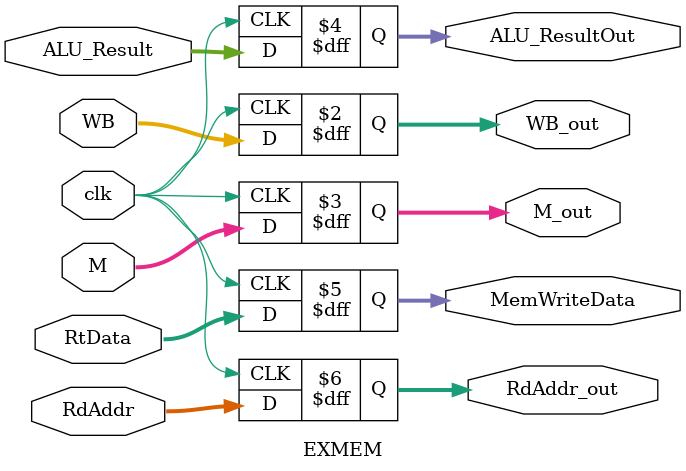
<source format=v>
module EXMEM(clk, WB, M, ALU_Result, RtData, RdAddr, WB_out, M_out, ALU_ResultOut, MemWriteData, RdAddr_out);
	input clk;
	input[1:0] WB;
	input[1:0] M;
	input[31:0] ALU_Result, RtData;
	input[4:0] RdAddr;
	output reg[1:0] WB_out;
	output reg[1:0] M_out;
	output reg[31:0] ALU_ResultOut, MemWriteData;
	output reg[4:0] RdAddr_out;
	always@(posedge clk)begin
		WB_out = WB;
		M_out = M;
		ALU_ResultOut = ALU_Result;
		MemWriteData = RtData;
		RdAddr_out = RdAddr;
	end
endmodule

</source>
